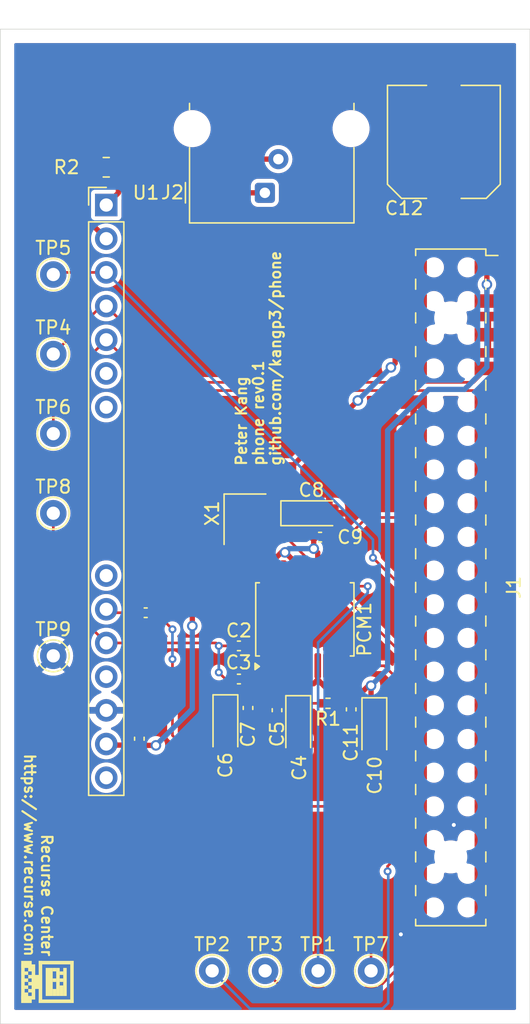
<source format=kicad_pcb>
(kicad_pcb (version 20240108) (generator "pcbnew") (generator_version "8.0")
  (layers (0 "F.Cu" signal) (31 "B.Cu" signal) (34 "B.Paste" user) (35 "F.Paste" user) (36 "B.SilkS" user "B.Silkscreen") (37 "F.SilkS" user "F.Silkscreen") (38 "B.Mask" user) (39 "F.Mask" user) (44 "Edge.Cuts" user))
  (net 0 "")
  (net 1 "Net-(U1-V_{IN})")
  (net 2 "Net-(J1-PWM1{slash}GPIO13)")
  (net 3 "Net-(U1-V_{OUT})")
  (net 4 "Net-(PCM1-V_{IN}R)")
  (net 5 "GND")
  (net 6 "Net-(PCM1-V_{REF2})")
  (net 7 "Net-(PCM1-V_{REF1})")
  (net 8 "+3.3V")
  (net 9 "+5V")
  (net 10 "/PCM_{FS}")
  (net 11 "/PCM_{DIN}")
  (net 12 "/FR")
  (net 13 "/RM")
  (net 14 "/PCM_{CLK}")
  (net 18 "/SHK")
  (net 24 "Net-(U1-TIP)")
  (net 25 "Net-(U1-RING)")
  (net 26 "Net-(PCM1-SCKI)")
  (net 27 "Net-(PCM1-V_{IN}L)")
  (footprint "TestPoint:TestPoint_THTPad_D2.0mm_Drill1.0mm" (layer "F.Cu") (at 53.75 86.25)
    (property "Reference" "TP8" (at 0 -1.998 0) (layer "F.SilkS"))
    (property "Value" "ADC_{IN}")
    (pad "1" thru_hole circle (at 0 0) (size 2 2) (drill 1) (layers "*.Cu" "*.Mask") (net 3 "Net-(U1-V_{OUT})"))
  )
  (footprint "Resistor_SMD:R_0402_1005Metric" (layer "F.Cu") (at 74.5 100.579688 180)
    (property "Reference" "R1" (at 0 -1.17 0) (layer "F.SilkS"))
    (property "Value" "1k")
    (pad "1" smd roundrect (at -0.51 0 180) (size 0.54 0.64) (layers "F.Cu" "F.Paste" "F.Mask") (net 9 "+5V"))
    (pad "2" smd roundrect (at 0.51 0 180) (size 0.54 0.64) (layers "F.Cu" "F.Paste" "F.Mask") (net 6 "Net-(PCM1-V_{REF2})"))
  )
  (footprint "Capacitor_Tantalum_SMD:CP_EIA-3216-18_Kemet-A" (layer "F.Cu") (at 78 102.473689 -90)
    (property "Reference" "C10" (at 3.538668 -0.032766 90) (layer "F.SilkS"))
    (property "Value" "10u")
    (pad "1" smd roundrect (at -1.35 0 270) (size 1.4 1.35) (layers "F.Cu" "F.Paste" "F.Mask") (roundrect_rratio 0.185185) (net 9 "+5V"))
    (pad "2" smd roundrect (at 1.35 0 270) (size 1.4 1.35) (layers "F.Cu" "F.Paste" "F.Mask") (roundrect_rratio 0.185185) (net 5 "GND"))
  )
  (footprint "Package_SO:SSOP-20_5.3x7.2mm_P0.65mm" (layer "F.Cu") (at 72.75 94.25 90)
    (property "Reference" "PCM1" (at -0.75 4.5 90) (layer "F.SilkS"))
    (property "Value" "PCM1802")
    (pad "1" smd roundrect (at -3.5 -2.925 90) (size 1.9 0.5) (layers "F.Cu" "F.Paste" "F.Mask") (net 27 "Net-(PCM1-V_{IN}L)"))
    (pad "2" smd roundrect (at -3.5 -2.275 90) (size 1.9 0.5) (layers "F.Cu" "F.Paste" "F.Mask") (net 4 "Net-(PCM1-V_{IN}R)"))
    (pad "3" smd roundrect (at -3.5 -1.625 90) (size 1.9 0.5) (layers "F.Cu" "F.Paste" "F.Mask") (net 7 "Net-(PCM1-V_{REF1})"))
    (pad "4" smd roundrect (at -3.5 -0.975 90) (size 1.9 0.5) (layers "F.Cu" "F.Paste" "F.Mask") (net 6 "Net-(PCM1-V_{REF2})"))
    (pad "5" smd roundrect (at -3.5 -0.325 90) (size 1.9 0.5) (layers "F.Cu" "F.Paste" "F.Mask") (net 9 "+5V"))
    (pad "6" smd roundrect (at -3.5 0.325 90) (size 1.9 0.5) (layers "F.Cu" "F.Paste" "F.Mask") (net 5 "GND"))
    (pad "7" smd roundrect (at -3.5 0.975 90) (size 1.9 0.5) (layers "F.Cu" "F.Paste" "F.Mask") (net 9 "+5V"))
    (pad "8" smd roundrect (at -3.5 1.625 90) (size 1.9 0.5) (layers "F.Cu" "F.Paste" "F.Mask") (net 5 "GND"))
    (pad "9" smd roundrect (at -3.5 2.275 90) (size 1.9 0.5) (layers "F.Cu" "F.Paste" "F.Mask"))
    (pad "10" smd roundrect (at -3.5 2.925 90) (size 1.9 0.5) (layers "F.Cu" "F.Paste" "F.Mask") (net 10 "/PCM_{FS}"))
    (pad "11" smd roundrect (at 3.5 2.925 90) (size 1.9 0.5) (layers "F.Cu" "F.Paste" "F.Mask") (net 14 "/PCM_{CLK}"))
    (pad "12" smd roundrect (at 3.5 2.275 90) (size 1.9 0.5) (layers "F.Cu" "F.Paste" "F.Mask") (net 11 "/PCM_{DIN}"))
    (pad "13" smd roundrect (at 3.5 1.625 90) (size 1.9 0.5) (layers "F.Cu" "F.Paste" "F.Mask") (net 5 "GND"))
    (pad "14" smd roundrect (at 3.5 0.975 90) (size 1.9 0.5) (layers "F.Cu" "F.Paste" "F.Mask") (net 8 "+3.3V"))
    (pad "15" smd roundrect (at 3.5 0.325 90) (size 1.9 0.5) (layers "F.Cu" "F.Paste" "F.Mask") (net 26 "Net-(PCM1-SCKI)"))
    (pad "16" smd roundrect (at 3.5 -0.325 90) (size 1.9 0.5) (layers "F.Cu" "F.Paste" "F.Mask") (net 5 "GND"))
    (pad "17" smd roundrect (at 3.5 -0.975 90) (size 1.9 0.5) (layers "F.Cu" "F.Paste" "F.Mask") (net 8 "+3.3V"))
    (pad "18" smd roundrect (at 3.5 -1.625 90) (size 1.9 0.5) (layers "F.Cu" "F.Paste" "F.Mask") (net 5 "GND"))
    (pad "19" smd roundrect (at 3.5 -2.275 90) (size 1.9 0.5) (layers "F.Cu" "F.Paste" "F.Mask") (net 8 "+3.3V"))
    (pad "20" smd roundrect (at 3.5 -2.925 90) (size 1.9 0.5) (layers "F.Cu" "F.Paste" "F.Mask") (net 5 "GND"))
  )
  (footprint "Connector_PinHeader_2.54mm:PinHeader_1x7+7_P2.54mm_Vertical" (layer "F.Cu") (at 57.75 63.01)
    (property "Reference" "U1" (at 3 -0.925 0) (layer "F.SilkS"))
    (property "Value" "Ag1171S")
    (pad "1" thru_hole rect (at 0 0) (size 1.7 1.7) (drill 1) (layers "*.Cu" "*.Mask") (net 25 "Net-(U1-RING)"))
    (pad "2" thru_hole oval (at 0 2.54) (size 1.7 1.7) (drill 1) (layers "*.Cu" "*.Mask") (net 24 "Net-(U1-TIP)"))
    (pad "3" thru_hole oval (at 0 5.08) (size 1.7 1.7) (drill 1) (layers "*.Cu" "*.Mask") (net 12 "/FR"))
    (pad "4" thru_hole oval (at 0 7.62) (size 1.7 1.7) (drill 1) (layers "*.Cu" "*.Mask") (net 13 "/RM"))
    (pad "5" thru_hole oval (at 0 10.16) (size 1.7 1.7) (drill 1) (layers "*.Cu" "*.Mask") (net 18 "/SHK"))
    (pad "6" thru_hole oval (at 0 12.7) (size 1.7 1.7) (drill 1) (layers "*.Cu" "*.Mask"))
    (pad "7" thru_hole oval (at 0 15.24) (size 1.7 1.7) (drill 1) (layers "*.Cu" "*.Mask"))
    (pad "8" thru_hole oval (at 0 27.94) (size 1.7 1.7) (drill 1) (layers "*.Cu" "*.Mask"))
    (pad "9" thru_hole oval (at 0 30.48) (size 1.7 1.7) (drill 1) (layers "*.Cu" "*.Mask") (net 1 "Net-(U1-V_{IN})"))
    (pad "10" thru_hole oval (at 0 33.02) (size 1.7 1.7) (drill 1) (layers "*.Cu" "*.Mask") (net 3 "Net-(U1-V_{OUT})"))
    (pad "11" thru_hole oval (at 0 35.56) (size 1.7 1.7) (drill 1) (layers "*.Cu" "*.Mask"))
    (pad "12" thru_hole oval (at 0 38.1) (size 1.7 1.7) (drill 1) (layers "*.Cu" "*.Mask") (net 5 "GND"))
    (pad "13" thru_hole oval (at 0 40.64) (size 1.7 1.7) (drill 1) (layers "*.Cu" "*.Mask") (net 8 "+3.3V"))
    (pad "14" thru_hole oval (at 0 43.18) (size 1.7 1.7) (drill 1) (layers "*.Cu" "*.Mask"))
  )
  (footprint "Capacitor_SMD:C_0402_1005Metric" (layer "F.Cu") (at 70.647548 101.09855 90)
    (property "Reference" "C5" (at -1.804199 0.002474 90) (layer "F.SilkS"))
    (property "Value" "100n")
    (pad "1" smd roundrect (at -0.48 0 90) (size 0.56 0.62) (layers "F.Cu" "F.Paste" "F.Mask") (net 5 "GND"))
    (pad "2" smd roundrect (at 0.48 0 90) (size 0.56 0.62) (layers "F.Cu" "F.Paste" "F.Mask") (net 6 "Net-(PCM1-V_{REF2})"))
  )
  (footprint "TestPoint:TestPoint_THTPad_D2.0mm_Drill1.0mm" (layer "F.Cu") (at 53.75 74.25)
    (property "Reference" "TP4" (at 0 -1.998 0) (layer "F.SilkS"))
    (property "Value" "RM")
    (pad "1" thru_hole circle (at 0 0) (size 2 2) (drill 1) (layers "*.Cu" "*.Mask") (net 13 "/RM"))
  )
  (footprint "Capacitor_SMD:C_0402_1005Metric" (layer "F.Cu") (at 60.25 103.25 -90)
    (property "Reference" "C13" (hide yes))
    (property "Value" "100n")
    (pad "1" smd roundrect (at -0.48 0 270) (size 0.56 0.62) (layers "F.Cu" "F.Paste" "F.Mask") (net 5 "GND"))
    (pad "2" smd roundrect (at 0.48 0 270) (size 0.56 0.62) (layers "F.Cu" "F.Paste" "F.Mask") (net 8 "+3.3V"))
  )
  (footprint "Connector_Samtec_HLE_SMD:Liansheng_FH-00369_2x20_P2.54mm_Horizontal" (layer "F.Cu") (at 83.769598 91.840278 -90)
    (property "Reference" "J1" (at 0 -4.76 90) (layer "F.SilkS"))
    (property "Value" "Raspberry_Pi_2_3")
    (pad "" np_thru_hole circle (at -24.13 -1.27 270) (size 1.02 1.02) (drill 1.02) (layers "*.Cu" "*.Mask"))
    (pad "" np_thru_hole circle (at -24.13 1.27 270) (size 1.02 1.02) (drill 1.02) (layers "*.Cu" "*.Mask"))
    (pad "" np_thru_hole circle (at -21.59 -1.27 270) (size 1.02 1.02) (drill 1.02) (layers "*.Cu" "*.Mask"))
    (pad "" np_thru_hole circle (at -21.59 1.27 270) (size 1.02 1.02) (drill 1.02) (layers "*.Cu" "*.Mask"))
    (pad "" np_thru_hole circle (at -20.32 0 270) (size 2 2) (drill 2) (layers "*.Cu" "*.Mask"))
    (pad "" np_thru_hole circle (at -19.05 -1.27 270) (size 1.02 1.02) (drill 1.02) (layers "*.Cu" "*.Mask"))
    (pad "" np_thru_hole circle (at -19.05 1.27 270) (size 1.02 1.02) (drill 1.02) (layers "*.Cu" "*.Mask"))
    (pad "" np_thru_hole circle (at -16.51 -1.27 270) (size 1.02 1.02) (drill 1.02) (layers "*.Cu" "*.Mask"))
    (pad "" np_thru_hole circle (at -16.51 1.27 270) (size 1.02 1.02) (drill 1.02) (layers "*.Cu" "*.Mask"))
    (pad "" np_thru_hole circle (at -13.97 -1.27 270) (size 1.02 1.02) (drill 1.02) (layers "*.Cu" "*.Mask"))
    (pad "" np_thru_hole circle (at -13.97 1.27 270) (size 1.02 1.02) (drill 1.02) (layers "*.Cu" "*.Mask"))
    (pad "" np_thru_hole circle (at -11.43 -1.27 270) (size 1.02 1.02) (drill 1.02) (layers "*.Cu" "*.Mask"))
    (pad "" np_thru_hole circle (at -11.43 1.27 270) (size 1.02 1.02) (drill 1.02) (layers "*.Cu" "*.Mask"))
    (pad "" np_thru_hole circle (at -8.89 -1.27 270) (size 1.02 1.02) (drill 1.02) (layers "*.Cu" "*.Mask"))
    (pad "" np_thru_hole circle (at -8.89 1.27 270) (size 1.02 1.02) (drill 1.02) (layers "*.Cu" "*.Mask"))
    (pad "" np_thru_hole circle (at -6.35 -1.27 270) (size 1.02 1.02) (drill 1.02) (layers "*.Cu" "*.Mask"))
    (pad "" np_thru_hole circle (at -6.35 1.27 270) (size 1.02 1.02) (drill 1.02) (layers "*.Cu" "*.Mask"))
    (pad "" np_thru_hole circle (at -3.81 -1.27 270) (size 1.02 1.02) (drill 1.02) (layers "*.Cu" "*.Mask"))
    (pad "" np_thru_hole circle (at -3.81 1.27 270) (size 1.02 1.02) (drill 1.02) (layers "*.Cu" "*.Mask"))
    (pad "" np_thru_hole circle (at -1.27 -1.27 270) (size 1.02 1.02) (drill 1.02) (layers "*.Cu" "*.Mask"))
    (pad "" np_thru_hole circle (at -1.27 1.27 270) (size 1.02 1.02) (drill 1.02) (layers "*.Cu" "*.Mask"))
    (pad "" np_thru_hole circle (at 1.27 -1.27 270) (size 1.02 1.02) (drill 1.02) (layers "*.Cu" "*.Mask"))
    (pad "" np_thru_hole circle (at 1.27 1.27 270) (size 1.02 1.02) (drill 1.02) (layers "*.Cu" "*.Mask"))
    (pad "" np_thru_hole circle (at 3.81 -1.27 270) (size 1.02 1.02) (drill 1.02) (layers "*.Cu" "*.Mask"))
    (pad "" np_thru_hole circle (at 3.81 1.27 270) (size 1.02 1.02) (drill 1.02) (layers "*.Cu" "*.Mask"))
    (pad "" np_thru_hole circle (at 6.35 -1.27 270) (size 1.02 1.02) (drill 1.02) (layers "*.Cu" "*.Mask"))
    (pad "" np_thru_hole circle (at 6.35 1.27 270) (size 1.02 1.02) (drill 1.02) (layers "*.Cu" "*.Mask"))
    (pad "" np_thru_hole circle (at 8.89 -1.27 270) (size 1.02 1.02) (drill 1.02) (layers "*.Cu" "*.Mask"))
    (pad "" np_thru_hole circle (at 8.89 1.27 270) (size 1.02 1.02) (drill 1.02) (layers "*.Cu" "*.Mask"))
    (pad "" np_thru_hole circle (at 11.43 -1.27 270) (size 1.02 1.02) (drill 1.02) (layers "*.Cu" "*.Mask"))
    (pad "" np_thru_hole circle (at 11.43 1.27 270) (size 1.02 1.02) (drill 1.02) (layers "*.Cu" "*.Mask"))
    (pad "" np_thru_hole circle (at 13.97 -1.27 270) (size 1.02 1.02) (drill 1.02) (layers "*.Cu" "*.Mask"))
    (pad "" np_thru_hole circle (at 13.97 1.27 270) (size 1.02 1.02) (drill 1.02) (layers "*.Cu" "*.Mask"))
    (pad "" np_thru_hole circle (at 16.51 -1.27 270) (size 1.02 1.02) (drill 1.02) (layers "*.Cu" "*.Mask"))
    (pad "" np_thru_hole circle (at 16.51 1.27 270) (size 1.02 1.02) (drill 1.02) (layers "*.Cu" "*.Mask"))
    (pad "" np_thru_hole circle (at 19.05 -1.27 270) (size 1.02 1.02) (drill 1.02) (layers "*.Cu" "*.Mask"))
    (pad "" np_thru_hole circle (at 19.05 1.27 270) (size 1.02 1.02) (drill 1.02) (layers "*.Cu" "*.Mask"))
    (pad "" np_thru_hole circle (at 20.32 0 270) (size 2 2) (drill 2) (layers "*.Cu" "*.Mask"))
    (pad "" np_thru_hole circle (at 21.59 -1.27 270) (size 1.02 1.02) (drill 1.02) (layers "*.Cu" "*.Mask"))
    (pad "" np_thru_hole circle (at 21.59 1.27 270) (size 1.02 1.02) (drill 1.02) (layers "*.Cu" "*.Mask"))
    (pad "" np_thru_hole circle (at 24.13 -1.27 270) (size 1.02 1.02) (drill 1.02) (layers "*.Cu" "*.Mask"))
    (pad "" np_thru_hole circle (at 24.13 1.27 270) (size 1.02 1.02) (drill 1.02) (layers "*.Cu" "*.Mask"))
    (pad "1" smd rect (at -24.13 2.8 270) (size 1.02 2) (layers "F.Cu" "F.Paste" "F.Mask") (net 8 "+3.3V"))
    (pad "2" smd rect (at -24.13 -2.8 270) (size 1.02 2) (layers "F.Cu" "F.Paste" "F.Mask") (net 9 "+5V"))
    (pad "3" smd rect (at -21.59 2.8 270) (size 1.02 2) (layers "F.Cu" "F.Paste" "F.Mask"))
    (pad "4" smd rect (at -21.59 -2.8 270) (size 1.02 2) (layers "F.Cu" "F.Paste" "F.Mask") (net 9 "+5V"))
    (pad "5" smd rect (at -19.05 2.8 270) (size 1.02 2) (layers "F.Cu" "F.Paste" "F.Mask"))
    (pad "6" smd rect (at -19.05 -2.8 270) (size 1.02 2) (layers "F.Cu" "F.Paste" "F.Mask") (net 5 "GND"))
    (pad "7" smd rect (at -16.51 2.8 270) (size 1.02 2) (layers "F.Cu" "F.Paste" "F.Mask"))
    (pad "8" smd rect (at -16.51 -2.8 270) (size 1.02 2) (layers "F.Cu" "F.Paste" "F.Mask") (net 13 "/RM"))
    (pad "9" smd rect (at -13.97 2.8 270) (size 1.02 2) (layers "F.Cu" "F.Paste" "F.Mask") (net 5 "GND"))
    (pad "10" smd rect (at -13.97 -2.8 270) (size 1.02 2) (layers "F.Cu" "F.Paste" "F.Mask") (net 18 "/SHK"))
    (pad "11" smd rect (at -11.43 2.8 270) (size 1.02 2) (layers "F.Cu" "F.Paste" "F.Mask"))
    (pad "12" smd rect (at -11.43 -2.8 270) (size 1.02 2) (layers "F.Cu" "F.Paste" "F.Mask") (net 14 "/PCM_{CLK}"))
    (pad "13" smd rect (at -8.89 2.8 270) (size 1.02 2) (layers "F.Cu" "F.Paste" "F.Mask"))
    (pad "14" smd rect (at -8.89 -2.8 270) (size 1.02 2) (layers "F.Cu" "F.Paste" "F.Mask") (net 5 "GND"))
    (pad "15" smd rect (at -6.35 2.8 270) (size 1.02 2) (layers "F.Cu" "F.Paste" "F.Mask"))
    (pad "16" smd rect (at -6.35 -2.8 270) (size 1.02 2) (layers "F.Cu" "F.Paste" "F.Mask"))
    (pad "17" smd rect (at -3.81 2.8 270) (size 1.02 2) (layers "F.Cu" "F.Paste" "F.Mask") (net 8 "+3.3V"))
    (pad "18" smd rect (at -3.81 -2.8 270) (size 1.02 2) (layers "F.Cu" "F.Paste" "F.Mask"))
    (pad "19" smd rect (at -1.27 2.8 270) (size 1.02 2) (layers "F.Cu" "F.Paste" "F.Mask"))
    (pad "20" smd rect (at -1.27 -2.8 270) (size 1.02 2) (layers "F.Cu" "F.Paste" "F.Mask") (net 5 "GND"))
    (pad "21" smd rect (at 1.27 2.8 270) (size 1.02 2) (layers "F.Cu" "F.Paste" "F.Mask"))
    (pad "22" smd rect (at 1.27 -2.8 270) (size 1.02 2) (layers "F.Cu" "F.Paste" "F.Mask"))
    (pad "23" smd rect (at 3.81 2.8 270) (size 1.02 2) (layers "F.Cu" "F.Paste" "F.Mask"))
    (pad "24" smd rect (at 3.81 -2.8 270) (size 1.02 2) (layers "F.Cu" "F.Paste" "F.Mask"))
    (pad "25" smd rect (at 6.35 2.8 270) (size 1.02 2) (layers "F.Cu" "F.Paste" "F.Mask") (net 5 "GND"))
    (pad "26" smd rect (at 6.35 -2.8 270) (size 1.02 2) (layers "F.Cu" "F.Paste" "F.Mask"))
    (pad "27" smd rect (at 8.89 2.8 270) (size 1.02 2) (layers "F.Cu" "F.Paste" "F.Mask"))
    (pad "28" smd rect (at 8.89 -2.8 270) (size 1.02 2) (layers "F.Cu" "F.Paste" "F.Mask"))
    (pad "29" smd rect (at 11.43 2.8 270) (size 1.02 2) (layers "F.Cu" "F.Paste" "F.Mask"))
    (pad "30" smd rect (at 11.43 -2.8 270) (size 1.02 2) (layers "F.Cu" "F.Paste" "F.Mask") (net 5 "GND"))
    (pad "31" smd rect (at 13.97 2.8 270) (size 1.02 2) (layers "F.Cu" "F.Paste" "F.Mask"))
    (pad "32" smd rect (at 13.97 -2.8 270) (size 1.02 2) (layers "F.Cu" "F.Paste" "F.Mask") (net 12 "/FR"))
    (pad "33" smd rect (at 16.51 2.8 270) (size 1.02 2) (layers "F.Cu" "F.Paste" "F.Mask") (net 2 "Net-(J1-PWM1{slash}GPIO13)"))
    (pad "34" smd rect (at 16.51 -2.8 270) (size 1.02 2) (layers "F.Cu" "F.Paste" "F.Mask") (net 5 "GND"))
    (pad "35" smd rect (at 19.05 2.8 270) (size 1.02 2) (layers "F.Cu" "F.Paste" "F.Mask") (net 10 "/PCM_{FS}"))
    (pad "36" smd rect (at 19.05 -2.8 270) (size 1.02 2) (layers "F.Cu" "F.Paste" "F.Mask"))
    (pad "37" smd rect (at 21.59 2.8 270) (size 1.02 2) (layers "F.Cu" "F.Paste" "F.Mask"))
    (pad "38" smd rect (at 21.59 -2.8 270) (size 1.02 2) (layers "F.Cu" "F.Paste" "F.Mask") (net 11 "/PCM_{DIN}"))
    (pad "39" smd rect (at 24.13 2.8 270) (size 1.02 2) (layers "F.Cu" "F.Paste" "F.Mask") (net 5 "GND"))
    (pad "40" smd rect (at 24.13 -2.8 270) (size 1.02 2) (layers "F.Cu" "F.Paste" "F.Mask"))
  )
  (footprint "Capacitor_SMD:C_0402_1005Metric" (layer "F.Cu") (at 67.77 98.75)
    (property "Reference" "C3" (at -0.02 -1.25 0) (layer "F.SilkS"))
    (property "Value" "1uF")
    (pad "1" smd roundrect (at -0.48 0) (size 0.56 0.62) (layers "F.Cu" "F.Paste" "F.Mask") (net 3 "Net-(U1-V_{OUT})"))
    (pad "2" smd roundrect (at 0.48 0) (size 0.56 0.62) (layers "F.Cu" "F.Paste" "F.Mask") (net 4 "Net-(PCM1-V_{IN}R)"))
  )
  (footprint "TestPoint:TestPoint_THTPad_D2.0mm_Drill1.0mm" (layer "F.Cu") (at 53.75 97)
    (property "Reference" "TP9" (at 0 -1.998 0) (layer "F.SilkS"))
    (property "Value" "GND")
    (pad "1" thru_hole circle (at 0 0) (size 2 2) (drill 1) (layers "*.Cu" "*.Mask") (net 5 "GND"))
  )
  (footprint "Capacitor_SMD:C_Elec_8x10.2" (layer "F.Cu") (at 83.25 58.25 90)
    (property "Reference" "C12" (at -5 -3 180) (layer "F.SilkS"))
    (property "Value" "470u")
    (pad "1" smd roundrect (at -3.6 0 90) (size 4.5 2.1) (layers "F.Cu" "F.Paste" "F.Mask") (roundrect_rratio 0.119048) (net 8 "+3.3V"))
    (pad "2" smd roundrect (at 3.6 0 90) (size 4.5 2.1) (layers "F.Cu" "F.Paste" "F.Mask") (roundrect_rratio 0.119048) (net 5 "GND"))
  )
  (footprint "Capacitor_SMD:C_0402_1005Metric" (layer "F.Cu") (at 68.456477 100.930143 90)
    (property "Reference" "C7" (at -2 0 90) (layer "F.SilkS"))
    (property "Value" "100n")
    (pad "1" smd roundrect (at -0.48 0 90) (size 0.56 0.62) (layers "F.Cu" "F.Paste" "F.Mask") (net 5 "GND"))
    (pad "2" smd roundrect (at 0.48 0 90) (size 0.56 0.62) (layers "F.Cu" "F.Paste" "F.Mask") (net 7 "Net-(PCM1-V_{REF1})"))
  )
  (footprint "TestPoint:TestPoint_THTPad_D2.0mm_Drill1.0mm" (layer "F.Cu") (at 65.75 120.75)
    (property "Reference" "TP2" (at 0 -1.998 0) (layer "F.SilkS"))
    (property "Value" "PCM_{FS}")
    (pad "1" thru_hole circle (at 0 0) (size 2 2) (drill 1) (layers "*.Cu" "*.Mask") (net 10 "/PCM_{FS}"))
  )
  (footprint "TestPoint:TestPoint_THTPad_D2.0mm_Drill1.0mm" (layer "F.Cu") (at 77.75 120.75)
    (property "Reference" "TP7" (at 0 -1.998 0) (layer "F.SilkS"))
    (property "Value" "Phones")
    (pad "1" thru_hole circle (at 0 0) (size 2 2) (drill 1) (layers "*.Cu" "*.Mask") (net 2 "Net-(J1-PWM1{slash}GPIO13)"))
  )
  (footprint "Resistor_SMD:R_0805_2012Metric" (layer "F.Cu") (at 57.75 60.1625)
    (property "Reference" "R2" (at -3 0 0) (layer "F.SilkS"))
    (property "Value" "20k")
    (pad "1" smd roundrect (at -0.9125 0) (size 1.025 1.4) (layers "F.Cu" "F.Paste" "F.Mask") (roundrect_rratio 0.243902) (net 24 "Net-(U1-TIP)"))
    (pad "2" smd roundrect (at 0.9125 0) (size 1.025 1.4) (layers "F.Cu" "F.Paste" "F.Mask") (roundrect_rratio 0.243902) (net 25 "Net-(U1-RING)"))
  )
  (footprint "Capacitor_SMD:C_0402_1005Metric" (layer "F.Cu") (at 73.9 88.05 180)
    (property "Reference" "C9" (at -2.275 0 0) (layer "F.SilkS"))
    (property "Value" "100n" (hide yes))
    (pad "1" smd roundrect (at -0.48 0 180) (size 0.56 0.62) (layers "F.Cu" "F.Paste" "F.Mask") (net 5 "GND"))
    (pad "2" smd roundrect (at 0.48 0 180) (size 0.56 0.62) (layers "F.Cu" "F.Paste" "F.Mask") (net 8 "+3.3V"))
  )
  (footprint "Capacitor_Tantalum_SMD:CP_EIA-3216-18_Kemet-A" (layer "F.Cu") (at 73.25 86.25)
    (property "Reference" "C8" (at 0 -1.75 0) (layer "F.SilkS"))
    (property "Value" "10u")
    (pad "1" smd roundrect (at -1.35 0) (size 1.4 1.35) (layers "F.Cu" "F.Paste" "F.Mask") (roundrect_rratio 0.185185) (net 8 "+3.3V"))
    (pad "2" smd roundrect (at 1.35 0) (size 1.4 1.35) (layers "F.Cu" "F.Paste" "F.Mask") (roundrect_rratio 0.185185) (net 5 "GND"))
  )
  (footprint "Capacitor_SMD:C_0402_1005Metric" (layer "F.Cu") (at 67.77 96.25)
    (property "Reference" "C2" (at 0 -1.16 0) (layer "F.SilkS"))
    (property "Value" "1uF")
    (pad "1" smd roundrect (at -0.48 0) (size 0.56 0.62) (layers "F.Cu" "F.Paste" "F.Mask") (net 3 "Net-(U1-V_{OUT})"))
    (pad "2" smd roundrect (at 0.48 0) (size 0.56 0.62) (layers "F.Cu" "F.Paste" "F.Mask") (net 27 "Net-(PCM1-V_{IN}L)"))
  )
  (footprint "Capacitor_Tantalum_SMD:CP_EIA-3216-18_Kemet-A" (layer "F.Cu") (at 72.25 102.315189 -90)
    (property "Reference" "C4" (at 3.131587 -0.082496 90) (layer "F.SilkS"))
    (property "Value" "10u")
    (pad "1" smd roundrect (at -1.35 0 270) (size 1.4 1.35) (layers "F.Cu" "F.Paste" "F.Mask") (roundrect_rratio 0.185185) (net 6 "Net-(PCM1-V_{REF2})"))
    (pad "2" smd roundrect (at 1.35 0 270) (size 1.4 1.35) (layers "F.Cu" "F.Paste" "F.Mask") (roundrect_rratio 0.185185) (net 5 "GND"))
  )
  (footprint "Capacitor_Tantalum_SMD:CP_EIA-3216-18_Kemet-A" (layer "F.Cu") (at 66.75 102.25 -90)
    (property "Reference" "C6" (at 3 0 90) (layer "F.SilkS"))
    (property "Value" "10u")
    (pad "1" smd roundrect (at -1.35 0 270) (size 1.4 1.35) (layers "F.Cu" "F.Paste" "F.Mask") (roundrect_rratio 0.185185) (net 7 "Net-(PCM1-V_{REF1})"))
    (pad "2" smd roundrect (at 1.35 0 270) (size 1.4 1.35) (layers "F.Cu" "F.Paste" "F.Mask") (roundrect_rratio 0.185185) (net 5 "GND"))
  )
  (footprint "TestPoint:TestPoint_THTPad_D2.0mm_Drill1.0mm" (layer "F.Cu") (at 73.75 120.75)
    (property "Reference" "TP1" (at 0 -1.998 0) (layer "F.SilkS"))
    (property "Value" "PCM_{CLK}")
    (pad "1" thru_hole circle (at 0 0) (size 2 2) (drill 1) (layers "*.Cu" "*.Mask") (net 14 "/PCM_{CLK}"))
  )
  (footprint "TestPoint:TestPoint_THTPad_D2.0mm_Drill1.0mm" (layer "F.Cu") (at 53.75 68.25)
    (property "Reference" "TP5" (at 0 -1.998 0) (layer "F.SilkS"))
    (property "Value" "FR")
    (pad "1" thru_hole circle (at 0 0) (size 2 2) (drill 1) (layers "*.Cu" "*.Mask") (net 12 "/FR"))
  )
  (footprint "Oscillator:Oscillator_SMD_Abracon_ASE-4Pin_3.2x2.5mm" (layer "F.Cu") (at 68.225 86.7 -90)
    (property "Reference" "X1" (at -0.45 2.475 90) (layer "F.SilkS"))
    (property "Value" "ASE-24.576MHz")
    (pad "1" smd rect (at -1.05 0.825 270) (size 1.3 1.1) (layers "F.Cu" "F.Paste" "F.Mask"))
    (pad "2" smd rect (at 1.05 0.825 270) (size 1.3 1.1) (layers "F.Cu" "F.Paste" "F.Mask") (net 5 "GND"))
    (pad "3" smd rect (at 1.05 -0.825 270) (size 1.3 1.1) (layers "F.Cu" "F.Paste" "F.Mask") (net 26 "Net-(PCM1-SCKI)"))
    (pad "4" smd rect (at -1.05 -0.825 270) (size 1.3 1.1) (layers "F.Cu" "F.Paste" "F.Mask") (net 8 "+3.3V"))
  )
  (footprint "TestPoint:TestPoint_THTPad_D2.0mm_Drill1.0mm" (layer "F.Cu") (at 69.75 120.75)
    (property "Reference" "TP3" (at 0 -1.998 0) (layer "F.SilkS"))
    (property "Value" "PCM_{DIN}")
    (pad "1" thru_hole circle (at 0 0) (size 2 2) (drill 1) (layers "*.Cu" "*.Mask") (net 11 "/PCM_{DIN}"))
  )
  (footprint "Capacitor_SMD:C_0402_1005Metric" (layer "F.Cu") (at 60.73 93.75 180)
    (property "Reference" "C1" (hide yes))
    (property "Value" "10n" (hide yes))
    (pad "1" smd roundrect (at -0.48 0 180) (size 0.56 0.62) (layers "F.Cu" "F.Paste" "F.Mask") (net 2 "Net-(J1-PWM1{slash}GPIO13)"))
    (pad "2" smd roundrect (at 0.48 0 180) (size 0.56 0.62) (layers "F.Cu" "F.Paste" "F.Mask") (net 1 "Net-(U1-V_{IN})"))
  )
  (footprint "TestPoint:TestPoint_THTPad_D2.0mm_Drill1.0mm" (layer "F.Cu") (at 53.75 80.25)
    (property "Reference" "TP6" (at 0 -1.998 0) (layer "F.SilkS"))
    (property "Value" "SHK")
    (pad "1" thru_hole circle (at 0 0) (size 2 2) (drill 1) (layers "*.Cu" "*.Mask") (net 18 "/SHK"))
  )
  (footprint "Capacitor_SMD:C_0402_1005Metric" (layer "F.Cu") (at 76.25 101.036371 90)
    (property "Reference" "C11" (at -2.5 -0.029125 90) (layer "F.SilkS"))
    (property "Value" "100n")
    (pad "1" smd roundrect (at -0.48 0 90) (size 0.56 0.62) (layers "F.Cu" "F.Paste" "F.Mask") (net 5 "GND"))
    (pad "2" smd roundrect (at 0.48 0 90) (size 0.56 0.62) (layers "F.Cu" "F.Paste" "F.Mask") (net 9 "+5V"))
  )
  (footprint "Connector_RJ:RJ11_Ckmtw_A800_Horizontal" (layer "F.Cu") (at 70.24 60.9 180)
    (property "Reference" "J2" (at 7.49 -1.16 0) (layer "F.SilkS"))
    (property "Value" "RJ11")
    (pad "" np_thru_hole circle (at -6 3.65 180) (size 2.3 2.3) (drill 2.3) (layers "F&B.Cu" "*.Mask"))
    (pad "" np_thru_hole circle (at 6 3.65 180) (size 2.3 2.3) (drill 2.3) (layers "F&B.Cu" "*.Mask"))
    (pad "1" thru_hole roundrect (at 0.51 -1.19 180) (size 1.52 1.52) (drill 0.79) (layers "*.Cu" "*.Mask") (roundrect_rratio 0.1644736842) (net 25 "Net-(U1-RING)"))
    (pad "2" thru_hole circle (at -0.51 1.35 180) (size 1.52 1.52) (drill 0.79) (layers "*.Cu" "*.Mask") (net 24 "Net-(U1-TIP)"))
  )
  (gr_poly (pts (xy 51.325 122.910417) (xy 51.325 120.264583) (xy 51.589584 120.264583) (xy 51.589584 122.910417)) (stroke (width -0.000001)) (fill solid) (layer "F.SilkS"))
  (gr_poly (pts (xy 51.854167 120.79375) (xy 51.854167 120.264583) (xy 52.383333 120.264583) (xy 52.383333 120.79375)) (stroke (width -0.000001)) (fill solid) (layer "F.SilkS"))
  (gr_poly (pts (xy 52.647917 123.175) (xy 52.647917 122.910417) (xy 55.29375 122.910417) (xy 55.29375 123.175)) (stroke (width -0.000001)) (fill solid) (layer "F.SilkS"))
  (gr_poly (pts (xy 51.325 121.058333) (xy 51.325 120.79375) (xy 51.854167 120.79375) (xy 51.854167 121.058333)) (stroke (width -0.000001)) (fill solid) (layer "F.SilkS"))
  (gr_poly (pts (xy 51.325 120.529167) (xy 51.325 120) (xy 52.11875 120) (xy 52.11875 120.529167)) (stroke (width -0.000001)) (fill solid) (layer "F.SilkS"))
  (gr_poly (pts (xy 51.325 122.910417) (xy 51.325 122.645833) (xy 52.383333 122.645833) (xy 52.383333 122.910417)) (stroke (width -0.000001)) (fill solid) (layer "F.SilkS"))
  (gr_poly (pts (xy 53.177083 122.645833) (xy 53.177083 120.529167) (xy 53.70625 120.529167) (xy 53.70625 122.645833)) (stroke (width -0.000001)) (fill solid) (layer "F.SilkS"))
  (gr_poly (pts (xy 54.235417 122.645833) (xy 54.235417 121.852083) (xy 54.5 121.852083) (xy 54.5 122.645833)) (stroke (width -0.000001)) (fill solid) (layer "F.SilkS"))
  (gr_poly (pts (xy 54.235417 121.058333) (xy 54.235417 120.79375) (xy 54.5 120.79375) (xy 54.5 121.058333)) (stroke (width -0.000001)) (fill solid) (layer "F.SilkS"))
  (gr_poly (pts (xy 51.325 123.175) (xy 51.325 122.645833) (xy 52.11875 122.645833) (xy 52.11875 123.175)) (stroke (width -0.000001)) (fill solid) (layer "F.SilkS"))
  (gr_poly (pts (xy 53.70625 120.79375) (xy 53.70625 120.529167) (xy 53.970833 120.529167) (xy 53.970833 120.79375)) (stroke (width -0.000001)) (fill solid) (layer "F.SilkS"))
  (gr_poly (pts (xy 51.325 121.5875) (xy 51.325 121.322917) (xy 51.854167 121.322917) (xy 51.854167 121.5875)) (stroke (width -0.000001)) (fill solid) (layer "F.SilkS"))
  (gr_poly (pts (xy 54.5 122.645833) (xy 54.5 120.529167) (xy 54.764583 120.529167) (xy 54.764583 122.645833)) (stroke (width -0.000001)) (fill solid) (layer "F.SilkS"))
  (gr_poly (pts (xy 51.854167 121.852083) (xy 51.854167 121.5875) (xy 52.383333 121.5875) (xy 52.383333 121.852083)) (stroke (width -0.000001)) (fill solid) (layer "F.SilkS"))
  (gr_poly (pts (xy 53.970833 122.645833) (xy 53.970833 120.529167) (xy 54.235417 120.529167) (xy 54.235417 122.645833)) (stroke (width -0.000001)) (fill solid) (layer "F.SilkS"))
  (gr_poly (pts (xy 51.854167 122.38125) (xy 51.854167 122.116667) (xy 52.383333 122.116667) (xy 52.383333 122.38125)) (stroke (width -0.000001)) (fill solid) (layer "F.SilkS"))
  (gr_poly (pts (xy 51.325 123.175) (xy 51.325 122.645833) (xy 52.11875 122.645833) (xy 52.11875 123.175)) (stroke (width -0.000001)) (fill solid) (layer "F.SilkS"))
  (gr_poly (pts (xy 53.70625 122.645833) (xy 53.70625 122.116667) (xy 53.970833 122.116667) (xy 53.970833 122.645833)) (stroke (width -0.000001)) (fill solid) (layer "F.SilkS"))
  (gr_poly (pts (xy 52.647917 123.175) (xy 52.647917 120) (xy 52.9125 120) (xy 52.9125 123.175)) (stroke (width -0.000001)) (fill solid) (layer "F.SilkS"))
  (gr_poly (pts (xy 55.029167 123.175) (xy 55.029167 120) (xy 55.29375 120) (xy 55.29375 123.175)) (stroke (width -0.000001)) (fill solid) (layer "F.SilkS"))
  (gr_poly (pts (xy 52.11875 122.910417) (xy 52.11875 120.264583) (xy 52.383333 120.264583) (xy 52.383333 122.910417)) (stroke (width -0.000001)) (fill solid) (layer "F.SilkS"))
  (gr_poly (pts (xy 51.325 122.910417) (xy 51.325 122.38125) (xy 51.854167 122.38125) (xy 51.854167 122.910417)) (stroke (width -0.000001)) (fill solid) (layer "F.SilkS"))
  (gr_poly (pts (xy 52.11875 122.116667) (xy 52.11875 121.058333) (xy 52.9125 121.058333) (xy 52.9125 122.116667)) (stroke (width -0.000001)) (fill solid) (layer "F.SilkS"))
  (gr_poly (pts (xy 51.325 122.116667) (xy 51.325 121.852083) (xy 51.854167 121.852083) (xy 51.854167 122.116667)) (stroke (width -0.000001)) (fill solid) (layer "F.SilkS"))
  (gr_poly (pts (xy 53.70625 121.5875) (xy 53.70625 121.322917) (xy 53.970833 121.322917) (xy 53.970833 121.5875)) (stroke (width -0.000001)) (fill solid) (layer "F.SilkS"))
  (gr_poly (pts (xy 52.647917 120.264583) (xy 52.647917 120) (xy 55.29375 120) (xy 55.29375 120.264583)) (stroke (width -0.000001)) (fill solid) (layer "F.SilkS"))
  (gr_poly (pts (xy 51.854167 121.322917) (xy 51.854167 121.058333) (xy 52.383333 121.058333) (xy 52.383333 121.322917)) (stroke (width -0.000001)) (fill solid) (layer "F.SilkS"))
  (gr_poly (pts (xy 54.235417 121.5875) (xy 54.235417 121.322917) (xy 54.5 121.322917) (xy 54.5 121.5875)) (stroke (width -0.000001)) (fill solid) (layer "F.SilkS"))
  (gr_poly (pts (xy 51.325 120.529167) (xy 51.325 120.264583) (xy 52.383333 120.264583) (xy 52.383333 120.529167)) (stroke (width -0.000001)) (fill solid) (layer "F.SilkS"))
  (gr_rect (start 49.75 49.75) (end 89.75 124.75) (stroke (width 0.05)) (fill none) (layer "Edge.Cuts"))
  (gr_text "Recurse Center\nhttps://www.recurse.com" (at 51.5 119.75 270) (layer "F.SilkS") (effects (font (size 0.8 0.8) (thickness 0.16) (bold yes)) (justify right bottom)))
  (gr_text "Peter Kang\nphone rev0.1\ngithub.com/kangp3/phone" (at 71 82.75 90) (layer "F.SilkS") (effects (font (size 0.8 0.8) (thickness 0.16) (bold yes)) (justify left bottom)))
  (segment (start 60.27 93.75) (end 58.01 93.75) (width 0.2) (layer "F.Cu") (net 1))
  (segment (start 58.01 93.75) (end 57.75 93.49) (width 0.2) (layer "F.Cu") (net 1))
  (segment (start 62.75 95) (end 61.5 93.75) (width 0.2) (layer "F.Cu") (net 2))
  (segment (start 62.75 103) (end 62.75 97.25) (width 0.2) (layer "F.Cu") (net 2))
  (segment (start 80.97 108.35) (end 68.1 108.35) (width 0.2) (layer "F.Cu") (net 2))
  (segment (start 68.1 108.35) (end 62.75 103) (width 0.2) (layer "F.Cu") (net 2))
  (segment (start 77.75 112) (end 80.97 108.78) (width 0.2) (layer "F.Cu") (net 2))
  (segment (start 61.5 93.75) (end 61.21 93.75) (width 0.2) (layer "F.Cu") (net 2))
  (segment (start 80.97 108.78) (end 80.97 108.35) (width 0.2) (layer "F.Cu") (net 2))
  (segment (start 77.75 120.75) (end 77.75 112) (width 0.2) (layer "F.Cu") (net 2))
  (via (at 62.75 97.25) (size 0.6) (drill 0.3) (layers "F.Cu" "B.Cu") (net 2))
  (via (at 62.75 95) (size 0.6) (drill 0.3) (layers "F.Cu" "B.Cu") (net 2))
  (segment (start 62.75 97.25) (end 62.75 95) (width 0.2) (layer "B.Cu") (net 2))
  (segment (start 66.03 96.03) (end 66.25 96.25) (width 0.2) (layer "F.Cu") (net 3))
  (segment (start 62.49 96.03) (end 66.03 96.03) (width 0.2) (layer "F.Cu") (net 3))
  (segment (start 57.75 96.03) (end 53.75 92.03) (width 0.2) (layer "F.Cu") (net 3))
  (segment (start 67.29 98.75) (end 66.75 98.75) (width 0.2) (layer "F.Cu") (net 3))
  (segment (start 66.25 96.25) (end 67.29 96.25) (width 0.2) (layer "F.Cu") (net 3))
  (segment (start 66.75 98.75) (end 66.25 98.25) (width 0.2) (layer "F.Cu") (net 3))
  (segment (start 53.75 92.03) (end 53.75 86.25) (width 0.2) (layer "F.Cu") (net 3))
  (segment (start 62.49 96.03) (end 57.75 96.03) (width 0.2) (layer "F.Cu") (net 3))
  (via (at 66.25 96.25) (size 0.6) (drill 0.3) (layers "F.Cu" "B.Cu") (net 3))
  (via (at 66.25 98.25) (size 0.6) (drill 0.3) (layers "F.Cu" "B.Cu") (net 3))
  (segment (start 66.25 96.25) (end 66.25 98.25) (width 0.2) (layer "B.Cu") (net 3))
  (segment (start 68.25 98.75) (end 68.5 99) (width 0.2) (layer "F.Cu") (net 4))
  (segment (start 68.5 99) (end 70.174999 99) (width 0.2) (layer "F.Cu") (net 4))
  (segment (start 70.475 98.699999) (end 70.475 97.75) (width 0.2) (layer "F.Cu") (net 4))
  (segment (start 70.174999 99) (end 70.475 98.699999) (width 0.2) (layer "F.Cu") (net 4))
  (segment (start 69.825 91.795926) (end 69.825 90.75) (width 0.4) (layer "F.Cu") (net 5))
  (segment (start 72.120926 92.1) (end 72.425 91.795926) (width 0.4) (layer "F.Cu") (net 5))
  (segment (start 71.125 91.795926) (end 71.429074 92.1) (width 0.4) (layer "F.Cu") (net 5))
  (segment (start 74.375 97.75) (end 74.375 95.875) (width 0.4) (layer "F.Cu") (net 5))
  (segment (start 70.820926 92.1) (end 70.129074 92.1) (width 0.4) (layer "F.Cu") (net 5))
  (segment (start 71.125 91.795926) (end 70.820926 92.1) (width 0.4) (layer "F.Cu") (net 5))
  (segment (start 71.429074 92.1) (end 72.120926 92.1) (width 0.4) (layer "F.Cu") (net 5))
  (segment (start 70.129074 92.1) (end 69.825 91.795926) (width 0.4) (layer "F.Cu") (net 5))
  (segment (start 72.425 91.795926) (end 72.425 90.75) (width 0.4) (layer "F.Cu") (net 5))
  (segment (start 74.375 95.875) (end 74.25 95.75) (width 0.4) (layer "F.Cu") (net 5))
  (segment (start 73.075 95.825) (end 73 95.75) (width 0.4) (layer "F.Cu") (net 5))
  (segment (start 71.125 90.75) (end 71.125 91.795926) (width 0.4) (layer "F.Cu") (net 5))
  (segment (start 73.075 97.75) (end 73.075 95.825) (width 0.4) (layer "F.Cu") (net 5))
  (via (at 80 118) (size 0.6) (drill 0.3) (layers "F.Cu" "B.Cu") (net 5))
  (via (at 84 109.75) (size 0.6) (drill 0.3) (layers "F.Cu" "B.Cu") (net 5))
  (segment (start 72.25 100.965189) (end 71.117979 100.965189) (width 0.2) (layer "F.Cu") (net 6))
  (segment (start 71.775 99.57221) (end 71.775 97.75) (width 0.2) (layer "F.Cu") (net 6))
  (segment (start 71.117979 100.965189) (end 70.75 100.59721) (width 0.2) (layer "F.Cu") (net 6))
  (segment (start 72.25 100.680378) (end 72.35069 100.579688) (width 0.2) (layer "F.Cu") (net 6))
  (segment (start 71.820852 97.795852) (end 71.775 97.75) (width 0.2) (layer "F.Cu") (net 6))
  (segment (start 70.75 100.59721) (end 71.775 99.57221) (width 0.2) (layer "F.Cu") (net 6))
  (segment (start 72.25 100.965189) (end 71.820852 100.536041) (width 0.2) (layer "F.Cu") (net 6))
  (segment (start 72.35069 100.579688) (end 73.99 100.579688) (width 0.2) (layer "F.Cu") (net 6))
  (segment (start 72.25 100.965189) (end 72.25 100.680378) (width 0.2) (layer "F.Cu") (net 6))
  (segment (start 68.456477 100.450143) (end 69.374856 100.450143) (width 0.2) (layer "F.Cu") (net 7))
  (segment (start 66.75 100.9) (end 68.00662 100.9) (width 0.2) (layer "F.Cu") (net 7))
  (segment (start 69.374856 100.450143) (end 71.125 98.699999) (width 0.2) (layer "F.Cu") (net 7))
  (segment (start 68.00662 100.9) (end 68.456477 100.450143) (width 0.2) (layer "F.Cu") (net 7))
  (segment (start 71.125 98.699999) (end 71.125 97.75) (width 0.2) (layer "F.Cu") (net 7))
  (segment (start 71.25 89.2) (end 70.979074 89.2) (width 0.4) (layer "F.Cu") (net 8))
  (segment (start 69.65 86.25) (end 69.05 85.65) (width 0.4) (layer "F.Cu") (net 8))
  (segment (start 71.9 82.6) (end 68.15 82.6) (width 0.4) (layer "F.Cu") (net 8))
  (segment (start 71.775 89.704074) (end 71.775 90.75) (width 0.4) (layer "F.Cu") (net 8))
  (segment (start 79.57 69.11) (end 79.57 74.93) (width 0.4) (layer "F.Cu") (net 8))
  (segment (start 61.5 103.75) (end 60.27 103.75) (width 0.4) (layer "F.Cu") (net 8))
  (segment (start 64.25 86.5) (end 64.25 94.75) (width 0.4) (layer "F.Cu") (net 8))
  (segment (start 71.270926 89.2) (end 71.775 89.704074) (width 0.4) (layer "F.Cu") (net 8))
  (segment (start 68.15 82.6) (end 64.25 86.5) (width 0.4) (layer "F.Cu") (net 8))
  (segment (start 73.725 89.225) (end 73.725 90.75) (width 0.4) (layer "F.Cu") (net 8))
  (segment (start 71.25 89.2) (end 71.270926 89.2) (width 0.4) (layer "F.Cu") (net 8))
  (segment (start 71.9 86.25) (end 69.65 86.25) (width 0.4) (layer "F.Cu") (net 8))
  (segment (start 73.42 88.05) (end 73.42 88.92) (width 0.4) (layer "F.Cu") (net 8))
  (segment (start 71.9 82.6) (end 71.9 86.25) (width 0.4) (layer "F.Cu") (net 8))
  (segment (start 60.27 103.75) (end 60.25 103.73) (width 0.4) (layer "F.Cu") (net 8))
  (segment (start 71.9 86.25) (end 71.9 86.53) (width 0.4) (layer "F.Cu") (net 8))
  (segment (start 71.9 86.53) (end 73.42 88.05) (width 0.4) (layer "F.Cu") (net 8))
  (segment (start 70.475 89.704074) (end 70.475 90.75) (width 0.4) (layer "F.Cu") (net 8))
  (segment (start 76.75 77.75) (end 71.9 82.6) (width 0.4) (layer "F.Cu") (net 8))
  (segment (start 57.83 103.73) (end 57.75 103.65) (width 0.4) (layer "F.Cu") (net 8))
  (segment (start 83.25 65.43) (end 79.57 69.11) (width 0.4) (layer "F.Cu") (net 8))
  (segment (start 79.57 74.93) (end 79.25 75.25) (width 0.4) (layer "F.Cu") (net 8))
  (segment (start 73.42 88.92) (end 73.725 89.225) (width 0.4) (layer "F.Cu") (net 8))
  (segment (start 70.979074 89.2) (end 70.475 89.704074) (width 0.4) (layer "F.Cu") (net 8))
  (segment (start 60.25 103.73) (end 57.83 103.73) (width 0.4) (layer "F.Cu") (net 8))
  (segment (start 83.25 61.85) (end 83.25 65.43) (width 0.4) (layer "F.Cu") (net 8))
  (via (at 71.25 89.2) (size 0.8) (drill 0.5) (layers "F.Cu" "B.Cu") (net 8))
  (via (at 76.75 77.75) (size 0.8) (drill 0.5) (layers "F.Cu" "B.Cu") (net 8))
  (via (at 64.25 94.75) (size 0.8) (drill 0.5) (layers "F.Cu" "B.Cu") (net 8))
  (via (at 79.25 75.25) (size 0.8) (drill 0.5) (layers "F.Cu" "B.Cu") (net 8))
  (via (at 61.5 103.75) (size 0.8) (drill 0.5) (layers "F.Cu" "B.Cu") (net 8))
  (via (at 73.42 88.92) (size 0.8) (drill 0.5) (layers "F.Cu" "B.Cu") (net 8))
  (segment (start 64.25 94.75) (end 64.25 101) (width 0.4) (layer "B.Cu") (net 8))
  (segment (start 73.42 88.92) (end 71.53 88.92) (width 0.4) (layer "B.Cu") (net 8))
  (segment (start 71.53 88.92) (end 71.25 89.2) (width 0.4) (layer "B.Cu") (net 8))
  (segment (start 79.25 75.25) (end 76.75 77.75) (width 0.4) (layer "B.Cu") (net 8))
  (segment (start 63.875 101.375) (end 61.5 103.75) (width 0.4) (layer "B.Cu") (net 8))
  (segment (start 64.25 101) (end 63.875 101.375) (width 0.4) (layer "B.Cu") (net 8))
  (segment (start 77.75 99.25) (end 77.556371 99.25) (width 0.4) (layer "F.Cu") (net 9))
  (segment (start 86.5 69) (end 86.5 67.78) (width 0.4) (layer "F.Cu") (net 9))
  (segment (start 75.01 100.080926) (end 73.725 98.795926) (width 0.4) (layer "F.Cu") (net 9))
  (segment (start 75.01 100.579688) (end 75.01 100.080926) (width 0.4) (layer "F.Cu") (net 9))
  (segment (start 76.25 100.556371) (end 75.033317 100.556371) (width 0.4) (layer "F.Cu") (net 9))
  (segment (start 75.033317 100.556371) (end 75.01 100.579688) (width 0.4) (layer "F.Cu") (net 9))
  (segment (start 73.725 98.795926) (end 73.420926 99.1) (width 0.4) (layer "F.Cu") (net 9))
  (segment (start 73.725 97.75) (end 73.725 98.795926) (width 0.4) (layer "F.Cu") (net 9))
  (segment (start 72.425 98.795926) (end 72.425 97.75) (width 0.4) (layer "F.Cu") (net 9))
  (segment (start 77.75 100.873689) (end 78 101.123689) (width 0.4) (layer "F.Cu") (net 9))
  (segment (start 77.556371 99.25) (end 76.25 100.556371) (width 0.4) (layer "F.Cu") (net 9))
  (segment (start 86.5 69) (end 86.5 70.18) (width 0.4) (layer "F.Cu") (net 9))
  (segment (start 86.5 70.18) (end 86.57 70.25) (width 0.4) (layer "F.Cu") (net 9))
  (segment (start 72.729074 99.1) (end 72.425 98.795926) (width 0.4) (layer "F.Cu") (net 9))
  (segment (start 77.75 99.25) (end 77.75 100.873689) (width 0.4) (layer "F.Cu") (net 9))
  (segment (start 73.420926 99.1) (end 72.729074 99.1) (width 0.4) (layer "F.Cu") (net 9))
  (segment (start 86.5 67.78) (end 86.57 67.71) (width 0.4) (layer "F.Cu") (net 9))
  (via (at 77.75 99.25) (size 0.8) (drill 0.5) (layers "F.Cu" "B.Cu") (net 9))
  (via (at 86.5 69) (size 0.8) (drill 0.5) (layers "F.Cu" "B.Cu") (net 9))
  (segment (start 84.817645 76.91) (end 86.5 75.227645) (width 0.4) (layer "B.Cu") (net 9))
  (segment (start 79 85.75) (end 79 98) (width 0.4) (layer "B.Cu") (net 9))
  (segment (start 86.5 75.227645) (end 86.5 69) (width 0.4) (layer "B.Cu") (net 9))
  (segment (start 79 80.012355) (end 82.102355 76.91) (width 0.4) (layer "B.Cu") (net 9))
  (segment (start 82.102355 76.91) (end 84.817645 76.91) (width 0.4) (layer "B.Cu") (net 9))
  (segment (start 79 98) (end 77.75 99.25) (width 0.4) (layer "B.Cu") (net 9))
  (segment (start 79 85.75) (end 79 80.012355) (width 0.4) (layer "B.Cu") (net 9))
  (segment (start 79.669598 104.080278) (end 79.669598 98.669598) (width 0.2) (layer "F.Cu") (net 10))
  (segment (start 78.75 97.75) (end 75.675 97.75) (width 0.2) (layer "F.Cu") (net 10))
  (segment (start 83.75 105.736904) (end 82.093374 104.080278) (width 0.2) (layer "F.Cu") (net 10))
  (segment (start 82.36 109.5) (end 82.5661 109.5) (width 0.2) (layer "F.Cu") (net 10))
  (segment (start 79 112.86) (end 82.36 109.5) (width 0.2) (layer "F.Cu") (net 10))
  (segment (start 79.669598 98.669598) (end 78.75 97.75) (width 0.2) (layer "F.Cu") (net 10))
  (segment (start 83.75 108.3161) (end 83.75 105.736904) (width 0.2) (layer "F.Cu") (net 10))
  (segment (start 82.093374 104.080278) (end 79.669598 104.080278) (width 0.2) (layer "F.Cu") (net 10))
  (segment (start 82.5661 109.5) (end 83.75 108.3161) (width 0.2) (layer "F.Cu") (net 10))
  (segment (start 79 113.25) (end 79 112.86) (width 0.2) (layer "F.Cu") (net 10))
  (via (at 79 113.25) (size 0.6) (drill 0.3) (layers "F.Cu" "B.Cu") (net 10))
  (segment (start 79.05 123.176224) (end 79.05 113.3) (width 0.2) (layer "B.Cu") (net 10))
  (segment (start 78.626224 123.6) (end 79.05 123.176224) (width 0.2) (layer "B.Cu") (net 10))
  (segment (start 79.05 113.3) (end 79 113.25) (width 0.2) (layer "B.Cu") (net 10))
  (segment (start 68.6 123.6) (end 78.626224 123.6) (width 0.2) (layer "B.Cu") (net 10))
  (segment (start 68.6 123.6) (end 65.75 120.75) (width 0.2) (layer "B.Cu") (net 10))
  (segment (start 84.179598 106.166502) (end 84.179598 105.600816) (width 0.2) (layer "F.Cu") (net 11))
  (segment (start 84.179598 105.600816) (end 83.359598 104.780816) (width 0.2) (layer "F.Cu") (net 11))
  (segment (start 85.25 114.75) (end 84.936224 114.75) (width 0.2) (layer "F.Cu") (net 11))
  (segment (start 75.025 91.775) (end 75.025 90.75) (width 0.2) (layer "F.Cu") (net 11))
  (segment (start 87.869598 106.670278) (end 84.683374 106.670278) (width 0.2) (layer "F.Cu") (net 11))
  (segment (start 83.359598 104.780816) (end 83.359598 97.834054) (width 0.2) (layer "F.Cu") (net 11))
  (segment (start 84.936224 114.75) (end 80.236224 119.45) (width 0.2) (layer "F.Cu") (net 11))
  (segment (start 79.710278 96.460278) (end 75.025 91.775) (width 0.2) (layer "F.Cu") (net 11))
  (segment (start 78.288478 122.05) (end 71.05 122.05) (width 0.2) (layer "F.Cu") (net 11))
  (segment (start 71.05 122.05) (end 69.75 120.75) (width 0.2) (layer "F.Cu") (net 11))
  (segment (start 80.236224 119.45) (end 80.236224 120.102254) (width 0.2) (layer "F.Cu") (net 11))
  (segment (start 87.869598 112.130278) (end 87.869598 106.670278) (width 0.2) (layer "F.Cu") (net 11))
  (segment (start 84.683374 106.670278) (end 84.179598 106.166502) (width 0.2) (layer "F.Cu") (net 11))
  (segment (start 85.25 114.75) (end 86.57 113.43) (width 0.2) (layer "F.Cu") (net 11))
  (segment (start 83.359598 97.834054) (end 81.985822 96.460278) (width 0.2) (layer "F.Cu") (net 11))
  (segment (start 81.985822 96.460278) (end 79.710278 96.460278) (width 0.2) (layer "F.Cu") (net 11))
  (segment (start 86.569598 113.430278) (end 87.869598 112.130278) (width 0.2) (layer "F.Cu") (net 11))
  (segment (start 80.236224 120.102254) (end 78.288478 122.05) (width 0.2) (layer "F.Cu") (net 11))
  (segment (start 82.855822 92.250278) (end 84.179598 93.574054) (width 0.2) (layer "F.Cu") (net 12))
  (segment (start 85.2 104.95) (end 85.71 104.95) (width 0.2) (layer "F.Cu") (net 12))
  (segment (start 84.179598 103.929598) (end 85.2 104.95) (width 0.2) (layer "F.Cu") (net 12))
  (segment (start 77.89466 89.60534) (end 80.539598 92.250278) (width 0.2) (layer "F.Cu") (net 12))
  (segment (start 57.75 68.09) (end 53.91 68.09) (width 0.2) (layer "F.Cu") (net 12))
  (segment (start 53.91 68.09) (end 53.75 68.25) (width 0.2) (layer "F.Cu") (net 12))
  (segment (start 80.539598 92.250278) (end 82.855822 92.250278) (width 0.2) (layer "F.Cu") (net 12))
  (segment (start 84.179598 93.574054) (end 84.179598 103.929598) (width 0.2) (layer "F.Cu") (net 12))
  (segment (start 85.71 104.95) (end 86.57 105.81) (width 0.2) (layer "F.Cu") (net 12))
  (via (at 77.89466 89.60534) (size 0.6) (drill 0.3) (layers "F.Cu" "B.Cu") (net 12))
  (segment (start 77.89466 89.60534) (end 77.89466 88.23466) (width 0.2) (layer "B.Cu") (net 12))
  (segment (start 77.89466 88.23466) (end 57.75 68.09) (width 0.2) (layer "B.Cu") (net 12))
  (segment (start 57.37 70.63) (end 57.75 70.63) (width 0.2) (layer "F.Cu") (net 13))
  (segment (start 86.57 75.33) (end 85.52 76.38) (width 0.2) (layer "F.Cu") (net 13))
  (segment (start 63.5 76.38) (end 57.75 70.63) (width 0.2) (layer "F.Cu") (net 13))
  (segment (start 85.52 76.38) (end 63.5 76.38) (width 0.2) (layer "F.Cu") (net 13))
  (segment (start 53.75 74.25) (end 57.37 70.63) (width 0.2) (layer "F.Cu") (net 13))
  (segment (start 86.57 80.41) (end 86.363776 80.41) (width 0.2) (layer "F.Cu") (net 14))
  (segment (start 83.5 83.273776) (end 83.5 85.706224) (width 0.2) (layer "F.Cu") (net 14))
  (segment (start 82.636224 86.57) (end 77.43 86.57) (width 0.2) (layer "F.Cu") (net 14))
  (segment (start 77.5 91.75) (end 76.675 91.75) (width 0.2) (layer "F.Cu") (net 14))
  (segment (start 86.363776 80.41) (end 83.5 83.273776) (width 0.2) (layer "F.Cu") (net 14))
  (segment (start 83.5 85.706224) (end 82.636224 86.57) (width 0.2) (layer "F.Cu") (net 14))
  (segment (start 75.675 88.325) (end 75.675 90.75) (width 0.2) (layer "F.Cu") (net 14))
  (segment (start 76.675 91.75) (end 75.675 90.75) (width 0.2) (layer "F.Cu") (net 14))
  (segment (start 77.43 86.57) (end 75.675 88.325) (width 0.2) (layer "F.Cu") (net 14))
  (via (at 77.5 91.75) (size 0.6) (drill 0.3) (layers "F.Cu" "B.Cu") (net 14))
  (segment (start 73.75 96) (end 73.75 120.75) (width 0.2) (layer "B.Cu") (net 14))
  (segment (start 77.5 92.25) (end 73.75 96) (width 0.2) (layer "B.Cu") (net 14))
  (segment (start 77.5 91.75) (end 77.5 92.25) (width 0.2) (layer "B.Cu") (net 14))
  (segment (start 85.7 77) (end 86.57 77.87) (width 0.2) (layer "F.Cu") (net 18))
  (segment (start 61.58 77) (end 85.7 77) (width 0.2) (layer "F.Cu") (net 18))
  (segment (start 57.75 73.17) (end 53.75 77.17) (width 0.2) (layer "F.Cu") (net 18))
  (segment (start 53.75 77.17) (end 53.75 80.25) (width 0.2) (layer "F.Cu") (net 18))
  (segment (start 57.75 73.17) (end 61.58 77) (width 0.2) (layer "F.Cu") (net 18))
  (segment (start 70.76 59.55) (end 59.688666 59.55) (width 0.4) (layer "F.Cu") (net 24))
  (segment (start 59.688666 59.55) (end 59.201166 59.0625) (width 0.4) (layer "F.Cu") (net 24))
  (segment (start 56.8375 60.1625) (end 56.8375 61.1625) (width 0.4) (layer "F.Cu") (net 24))
  (segment (start 56.8375 61.1625) (end 56.25 61.75) (width 0.4) (layer "F.Cu") (net 24))
  (segment (start 57.9375 59.0625) (end 56.8375 60.1625) (width 0.4) (layer "F.Cu") (net 24))
  (segment (start 56.25 61.75) (end 56.25 64.05) (width 0.4) (layer "F.Cu") (net 24))
  (segment (start 56.25 64.05) (end 57.75 65.55) (width 0.4) (layer "F.Cu") (net 24))
  (segment (start 59.201166 59.0625) (end 57.9375 59.0625) (width 0.4) (layer "F.Cu") (net 24))
  (segment (start 58.6625 60.1625) (end 58.6625 62.0975) (width 0.4) (layer "F.Cu") (net 25))
  (segment (start 69.74 62.09) (end 60.59 62.09) (width 0.4) (layer "F.Cu") (net 25))
  (segment (start 58.6625 62.0975) (end 57.75 63.01) (width 0.4) (layer "F.Cu") (net 25))
  (segment (start 58.0775 63.3375) (end 57.75 63.01) (width 0.4) (layer "F.Cu") (net 25))
  (segment (start 60.59 62.09) (end 58.6625 60.1625) (width 0.4) (layer "F.Cu") (net 25))
  (segment (start 71.024999 87.75) (end 73.075 89.800001) (width 0.2) (layer "F.Cu") (net 26))
  (segment (start 73.075 89.800001) (end 73.075 90.75) (width 0.2) (layer "F.Cu") (net 26))
  (segment (start 69.05 87.75) (end 71.024999 87.75) (width 0.2) (layer "F.Cu") (net 26))
  (segment (start 68.25 96.25) (end 68.325 96.25) (width 0.2) (layer "F.Cu") (net 27))
  (segment (start 68.325 96.25) (end 69.825 97.75) (width 0.2) (layer "F.Cu") (net 27))
  (zone (net 5) (net_name "GND") (layer "F.Cu") (connect_pads (clearance 0.3)) (min_thickness 0.2) (fill yes (thermal_gap 0.5) (thermal_bridge_width 0.5))
    (polygon (pts (xy 89.25 50.25) (xy 50.25 50.25) (xy 50.25 124.25) (xy 89.25 124.25)))
  )
  (zone (net 5) (net_name "GND") (layer "B.Cu") (priority 1) (connect_pads (clearance 0.3)) (min_thickness 0.2) (fill yes (thermal_gap 0.5) (thermal_bridge_width 0.5))
    (polygon (pts (xy 89.25 50.25) (xy 50.25 50.25) (xy 50.25 124.25) (xy 89.25 124.25)))
  )
)
</source>
